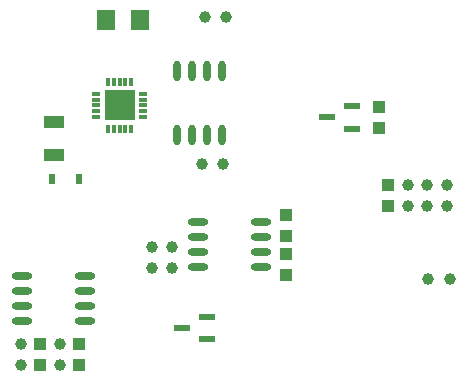
<source format=gbp>
G04 Layer_Color=128*
%FSLAX25Y25*%
%MOIN*%
G70*
G01*
G75*
%ADD13C,0.03937*%
%ADD17R,0.02480X0.03268*%
%ADD18R,0.07087X0.03937*%
%ADD19R,0.05906X0.07087*%
%ADD30R,0.03937X0.03937*%
%ADD50R,0.00394X0.00394*%
%ADD51R,0.05512X0.02362*%
%ADD52O,0.07008X0.02362*%
%ADD53O,0.02362X0.07008*%
%ADD54R,0.09843X0.09843*%
%ADD55R,0.01181X0.02874*%
%ADD56R,0.02874X0.01181*%
D13*
X142000Y102543D02*
D03*
Y95457D02*
D03*
X148500D02*
D03*
Y102543D02*
D03*
X26000Y49543D02*
D03*
Y42457D02*
D03*
X74457Y158500D02*
D03*
X81543D02*
D03*
X73457Y109500D02*
D03*
X80543D02*
D03*
X63449Y74677D02*
D03*
Y81764D02*
D03*
X56890D02*
D03*
Y74677D02*
D03*
X13000Y42457D02*
D03*
Y49543D02*
D03*
X156043Y71000D02*
D03*
X148957D02*
D03*
X155000Y95457D02*
D03*
Y102543D02*
D03*
D17*
X23610Y104500D02*
D03*
X32390D02*
D03*
D18*
X24000Y112488D02*
D03*
Y123512D02*
D03*
D19*
X41500Y157500D02*
D03*
X52917D02*
D03*
D30*
X135500Y95457D02*
D03*
Y102543D02*
D03*
X32500Y49543D02*
D03*
Y42457D02*
D03*
X19500Y42457D02*
D03*
Y49543D02*
D03*
X132500Y128543D02*
D03*
Y121457D02*
D03*
X101500Y79543D02*
D03*
Y72457D02*
D03*
Y85457D02*
D03*
Y92543D02*
D03*
D50*
X94693Y69000D02*
D03*
X88000D02*
D03*
X80913D02*
D03*
D51*
X115232Y125000D02*
D03*
X123500Y128740D02*
D03*
Y121260D02*
D03*
X75000Y58500D02*
D03*
Y51020D02*
D03*
X66732Y54760D02*
D03*
D52*
X34630Y72000D02*
D03*
Y62000D02*
D03*
Y67000D02*
D03*
Y57000D02*
D03*
X13370Y67000D02*
D03*
Y72000D02*
D03*
Y62000D02*
D03*
Y57000D02*
D03*
X72047Y90177D02*
D03*
Y85177D02*
D03*
Y80177D02*
D03*
Y75177D02*
D03*
X93307Y90177D02*
D03*
Y80177D02*
D03*
Y85177D02*
D03*
Y75177D02*
D03*
D53*
X80000Y140500D02*
D03*
X70000D02*
D03*
X75000D02*
D03*
X65000D02*
D03*
X80000Y119240D02*
D03*
X75000D02*
D03*
X70000D02*
D03*
X65000D02*
D03*
D54*
X46000Y129000D02*
D03*
D55*
X42063Y121264D02*
D03*
X44032D02*
D03*
X46000D02*
D03*
X47969D02*
D03*
X49937D02*
D03*
Y136736D02*
D03*
X47969D02*
D03*
X46000D02*
D03*
X44032D02*
D03*
X42063D02*
D03*
D56*
X53736Y125063D02*
D03*
Y127032D02*
D03*
Y129000D02*
D03*
Y130968D02*
D03*
Y132937D02*
D03*
X38264D02*
D03*
Y130968D02*
D03*
Y129000D02*
D03*
Y127032D02*
D03*
Y125063D02*
D03*
M02*

</source>
